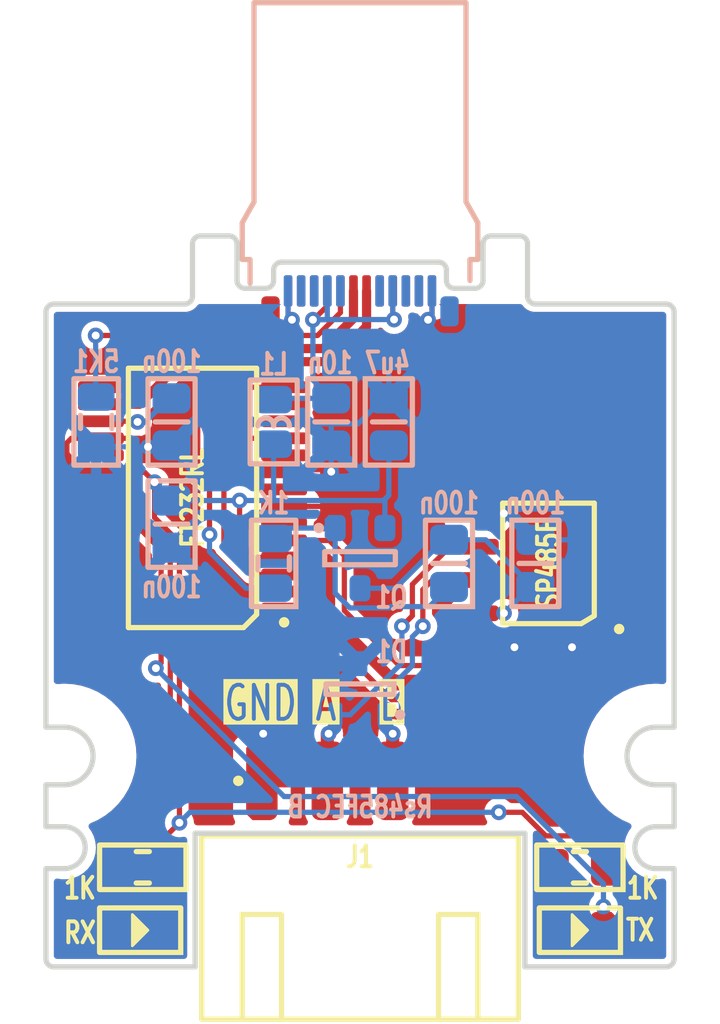
<source format=kicad_pcb>
(kicad_pcb (version 20221018) (generator pcbnew)
  (layers (0 "F.Cu" signal) (31 "B.Cu" jumper) (34 "B.Paste" user) (35 "F.Paste" user) (36 "B.SilkS" user "B.Silkscreen") (37 "F.SilkS" user "F.Silkscreen") (38 "B.Mask" user) (39 "F.Mask" user) (44 "Edge.Cuts" user))
  (net 0 "")
  (net 1 "A_CC")
  (net 2 "TXD")
  (net 3 "5V")
  (net 4 "RXD")
  (net 5 "USB_DP")
  (net 6 "USB_DM")
  (net 7 "GND")
  (net 8 "USB_Vin")
  (net 9 "3V3")
  (net 10 "LED_TXD")
  (net 11 "LED_TXD'")
  (net 12 "LED_RXD'")
  (net 13 "LED_RXD")
  (net 14 "5V_SW")
  (net 15 "PWREN#'")
  (net 16 "PWREN#")
  (net 17 "A")
  (net 18 "B")
  (net 19 "TXDEN")
  (net 20 "RTS_CTS")
  (footprint "Medo64:R (0805)" (layer "F.Cu") (at 40.4 44.1 180)
    (fp_text reference "R2" hide)
    (fp_text value "1K" (at -2.4 -0.8) (layer "F.SilkS") (effects (font (size 0.8 0.6))))
    (fp_line (start -0.25 -0.6) (end 0.25 -0.6) (stroke (width 0.2)) (layer "F.SilkS"))
    (fp_line (start -0.25 0.6) (end 0.25 0.6) (stroke (width 0.2)) (layer "F.SilkS"))
    (fp_rect (start -1.65 -0.85) (end 1.65 0.85) (stroke (width 0.2)) (fill none) (layer "F.SilkS"))
    (pad "1" smd roundrect (at -0.95 0 180) (size 1.05 1.4) (layers "F.Cu" "F.Paste" "F.Mask") (net 3 "5V"))
    (pad "2" smd roundrect (at 0.95 0 180) (size 1.05 1.4) (layers "F.Cu" "F.Paste" "F.Mask") (net 11 "LED_TXD'"))
  )
  (footprint "Medo64:P USB C 3.2 Edge (24w)" (layer "F.Cu") (at 32 22)
    (fp_text reference "P1" hide)
    (fp_text value "105444-0001" hide)
    (fp_line (start -4.5 -2.5) (end -4.5 -1.1) (stroke (width 0.2)) (layer "B.SilkS"))
    (fp_line (start -4.5 -2.5) (end -4.05 -3.3) (stroke (width 0.2)) (layer "B.SilkS"))
    (fp_line (start -4.5 -1.1) (end -4.2 -1.1) (stroke (width 0.2)) (layer "B.SilkS"))
    (fp_line (start -4.2 -1) (end -4.2 -0.2) (stroke (width 0.2)) (layer "B.SilkS"))
    (fp_line (start -4.05 -10.9) (end -4.05 -3.3) (stroke (width 0.2)) (layer "B.SilkS"))
    (fp_line (start -4.05 -10.9) (end 4.05 -10.9) (stroke (width 0.2)) (layer "B.SilkS"))
    (fp_line (start 4.05 -10.9) (end 4.05 -3.3) (stroke (width 0.2)) (layer "B.SilkS"))
    (fp_line (start 4.2 -1.1) (end 4.2 -0.3) (stroke (width 0.2)) (layer "B.SilkS"))
    (fp_line (start 4.5 -2.5) (end 4.05 -3.3) (stroke (width 0.2)) (layer "B.SilkS"))
    (fp_line (start 4.5 -2.5) (end 4.5 -1.1) (stroke (width 0.2)) (layer "B.SilkS"))
    (fp_line (start 4.5 -1.1) (end 4.2 -1.1) (stroke (width 0.2)) (layer "B.SilkS"))
    (fp_line (start -4.5 -2.5) (end -4.5 -1.1) (stroke (width 0.2)) (layer "F.SilkS"))
    (fp_line (start -4.5 -2.5) (end -4.05 -3.3) (stroke (width 0.2)) (layer "F.SilkS"))
    (fp_line (start -4.5 -1.1) (end -4.2 -1.1) (stroke (width 0.2)) (layer "F.SilkS"))
    (fp_line (start -4.2 -1.1) (end -4.2 -0.3) (stroke (width 0.2)) (layer "F.SilkS"))
    (fp_line (start -4.05 -10.9) (end -4.05 -3.3) (stroke (width 0.2)) (layer "F.SilkS"))
    (fp_line (start -4.05 -10.9) (end 4.05 -10.9) (stroke (width 0.2)) (layer "F.SilkS"))
    (fp_line (start 4.05 -10.9) (end 4.05 -3.3) (stroke (width 0.2)) (layer "F.SilkS"))
    (fp_line (start 4.2 -1.1) (end 4.2 -0.3) (stroke (width 0.2)) (layer "F.SilkS"))
    (fp_line (start 4.5 -2.5) (end 4.05 -3.3) (stroke (width 0.2)) (layer "F.SilkS"))
    (fp_line (start 4.5 -2.5) (end 4.5 -1.1) (stroke (width 0.2)) (layer "F.SilkS"))
    (fp_line (start 4.5 -1.1) (end 4.2 -1.1) (stroke (width 0.2)) (layer "F.SilkS"))
    (pad "A1" smd roundrect locked (at -2.75 0.1) (size 0.33 1.2) (layers "F.Cu" "F.Paste" "F.Mask") (chamfer_ratio 0.2) (chamfer top_left bottom_left) (net 7 "GND"))
    (pad "A2" smd roundrect locked (at -2.25 0.1) (size 0.33 1.2) (layers "F.Cu" "F.Paste" "F.Mask"))
    (pad "A3" smd roundrect locked (at -1.75 0.1) (size 0.33 1.2) (layers "F.Cu" "F.Paste" "F.Mask"))
    (pad "A4" smd roundrect locked (at -1.25 0.1) (size 0.33 1.2) (layers "F.Cu" "F.Paste" "F.Mask") (net 8 "USB_Vin"))
    (pad "A5" smd roundrect locked (at -0.75 0.1) (size 0.33 1.2) (layers "F.Cu" "F.Paste" "F.Mask") (net 1 "A_CC"))
    (pad "A6" smd roundrect locked (at -0.25 0.1) (size 0.33 1.2) (layers "F.Cu" "F.Paste" "F.Mask") (net 5 "USB_DP"))
    (pad "A7" smd roundrect locked (at 0.25 0.1) (size 0.33 1.2) (layers "F.Cu" "F.Paste" "F.Mask") (net 6 "USB_DM"))
    (pad "A8" smd roundrect locked (at 0.75 0.1) (size 0.33 1.2) (layers "F.Cu" "F.Paste" "F.Mask"))
    (pad "A9" smd roundrect locked (at 1.25 0.1) (size 0.33 1.2) (layers "F.Cu" "F.Paste" "F.Mask") (net 8 "USB_Vin"))
    (pad "A10" smd roundrect locked (at 1.75 0.1) (size 0.33 1.2) (layers "F.Cu" "F.Paste" "F.Mask"))
    (pad "A11" smd roundrect locked (at 2.25 0.1) (size 0.33 1.2) (layers "F.Cu" "F.Paste" "F.Mask"))
    (pad "A12" smd roundrect locked (at 2.75 0.1) (size 0.33 1.2) (layers "F.Cu" "F.Paste" "F.Mask") (net 7 "GND"))
    (pad "B01" smd roundrect locked (at 2.75 0.1) (size 0.33 1.2) (layers "B.Cu" "B.Paste" "B.Mask") (chamfer_ratio 0.2) (chamfer top_right bottom_right) (net 7 "GND"))
    (pad "B02" smd roundrect locked (at 2.25 0.1) (size 0.33 1.2) (layers "B.Cu" "B.Paste" "B.Mask"))
    (pad "B03" smd roundrect locked (at 1.75 0.1) (size 0.33 1.2) (layers "B.Cu" "B.Paste" "B.Mask"))
    (pad "B04" smd roundrect locked (at 1.25 0.1) (size 0.33 1.2) (layers "B.Cu" "B.Paste" "B.Mask") (net 8 "USB_Vin"))
    (pad "B05" smd roundrect locked (at 0.75 0.1) (size 0.33 1.2) (layers "B.Cu" "B.Paste" "B.Mask"))
    (pad "B08" smd roundrect locked (at -0.75 0.1) (size 0.33 1.2) (layers "B.Cu" "B.Paste" "B.Mask"))
    (pad "B09" smd roundrect locked (at -1.25 0.1) (size 0.33 1.2) (layers "B.Cu" "B.Paste" "B.Mask") (net 8 "USB_Vin"))
    (pad "B10" smd roundrect locked (at -1.75 0.1) (size 0.33 1.2) (layers "B.Cu" "B.Paste" "B.Mask"))
    (pad "B11" smd roundrect locked (at -2.25 0.1) (size 0.33 1.2) (layers "B.Cu" "B.Paste" "B.Mask"))
    (pad "B12" smd roundrect locked (at -2.75 0.1) (size 0.33 1.2) (layers "B.Cu" "B.Paste" "B.Mask") (net 7 "GND"))
    (pad "S" smd roundrect locked (at -3.42 0.88) (size 0.7 1.15) (layers "F.Cu" "F.Paste" "F.Mask"))
    (pad "S" smd roundrect locked (at 3.42 0.88) (size 0.7 1.15) (layers "B.Cu" "B.Paste" "B.Mask"))
  )
  (footprint "Medo64:DS (0805)" (layer "F.Cu") (at 40.4 46.5 180)
    (fp_text reference "DS2" hide)
    (fp_text value "TX" (at -2.3 0) (layer "F.SilkS") (effects (font (size 0.8 0.6) (thickness 0.15) bold)))
    (fp_rect (start -1.55 -0.85) (end 1.55 0.85) (stroke (width 0.2)) (fill none) (layer "F.SilkS"))
    (fp_poly (pts (xy -0.3 0) (xy 0.3 -0.6) (xy 0.3 0.6)) (stroke (width 0.1)) (fill solid) (layer "F.SilkS"))
    (pad "1" smd roundrect (at -0.9 0 180) (size 1 1.4) (layers "F.Cu" "F.Paste" "F.Mask") (chamfer_ratio 0.2) (chamfer top_left bottom_left) (net 10 "LED_TXD"))
    (pad "2" smd roundrect (at 0.9 0 180) (size 1 1.4) (layers "F.Cu" "F.Paste" "F.Mask") (net 11 "LED_TXD'"))
  )
  (footprint "Medo64:J JST XH Edge [RS485] (4w)" (layer "F.Cu") (at 32 40.8)
    (fp_text reference "J1" (at 0 2.9) (layer "F.SilkS") (effects (font (size 0.8 0.6) (thickness 0.15) bold)))
    (fp_text value "B3B-XH-A")
    (fp_rect (start -6.05 2.1) (end 6.05 9.1) (stroke (width 0.2)) (fill none) (layer "F.SilkS"))
    (fp_rect (start -4.5 5.1) (end -3 9.1) (stroke (width 0.2)) (fill none) (layer "F.SilkS"))
    (fp_rect (start 4.5 5.1) (end 3 9.1) (stroke (width 0.2)) (fill none) (layer "F.SilkS"))
    (fp_circle (center -4.65 0) (end -4.5 0) (stroke (width 0.1)) (fill solid) (layer "F.SilkS"))
    (pad "1" smd roundrect (at -3.75 0) (size 1.2 3) (layers "F.Cu" "F.Paste" "F.Mask") (chamfer_ratio 0.2) (chamfer top_left bottom_left) (net 7 "GND"))
    (pad "2" smd roundrect (at -1.25 0) (size 1.2 3) (layers "F.Cu" "F.Paste" "F.Mask") (net 17 "A"))
    (pad "3" smd roundrect (at 1.25 0) (size 1.2 3) (layers "F.Cu" "F.Paste" "F.Mask") (net 18 "B"))
  )
  (footprint "Medo64:U Transciever UART FT232RL (SSOP-28)" (layer "F.Cu") (at 25.6 30 180)
    (fp_text reference "U1" hide)
    (fp_text value "FT232RL" (at 0 0 90) (layer "F.SilkS") (effects (font (size 0.8 0.6))))
    (fp_line (start -2.45 -4.45) (end -1.95 -4.95) (stroke (width 0.2)) (layer "F.SilkS"))
    (fp_line (start -2.45 4.95) (end -2.45 -4.45) (stroke (width 0.2)) (layer "F.SilkS"))
    (fp_line (start -1.95 -4.95) (end 2.45 -4.95) (stroke (width 0.2)) (layer "F.SilkS"))
    (fp_line (start 2.45 -4.95) (end 2.45 4.95) (stroke (width 0.2)) (layer "F.SilkS"))
    (fp_line (start 2.45 4.95) (end -2.45 4.95) (stroke (width 0.2)) (layer "F.SilkS"))
    (fp_circle (center -3.5 -4.75) (end -3.35 -4.75) (stroke (width 0.1)) (fill solid) (layer "F.SilkS"))
    (pad "1" smd roundrect (at -3.5 -4.225 180) (size 1.75 0.45) (layers "F.Cu" "F.Paste" "F.Mask") (chamfer_ratio 0.2) (chamfer top_left top_right) (net 2 "TXD"))
    (pad "2" smd roundrect (at -3.5 -3.575 180) (size 1.75 0.45) (layers "F.Cu" "F.Paste" "F.Mask"))
    (pad "3" smd roundrect (at -3.5 -2.925 180) (size 1.75 0.45) (layers "F.Cu" "F.Paste" "F.Mask") (net 20 "RTS_CTS"))
    (pad "4" smd roundrect (at -3.5 -2.275 180) (size 1.75 0.45) (layers "F.Cu" "F.Paste" "F.Mask") (net 3 "5V"))
    (pad "5" smd roundrect (at -3.5 -1.625 180) (size 1.75 0.45) (layers "F.Cu" "F.Paste" "F.Mask") (net 4 "RXD"))
    (pad "6" smd roundrect (at -3.5 -0.975 180) (size 1.75 0.45) (layers "F.Cu" "F.Paste" "F.Mask"))
    (pad "7" smd roundrect (at -3.5 -0.325 180) (size 1.75 0.45) (layers "F.Cu" "F.Paste" "F.Mask") (net 7 "GND"))
    (pad "8" smd roundrect (at -3.5 0.325 180) (size 1.75 0.45) (layers "F.Cu" "F.Paste" "F.Mask"))
    (pad "9" smd roundrect (at -3.5 0.975 180) (size 1.75 0.45) (layers "F.Cu" "F.Paste" "F.Mask") (net 7 "GND"))
    (pad "10" smd roundrect (at -3.5 1.625 180) (size 1.75 0.45) (layers "F.Cu" "F.Paste" "F.Mask"))
    (pad "11" smd roundrect (at -3.5 2.275 180) (size 1.75 0.45) (layers "F.Cu" "F.Paste" "F.Mask") (net 20 "RTS_CTS"))
    (pad "12" smd roundrect (at -3.5 2.925 180) (size 1.75 0.45) (layers "F.Cu" "F.Paste" "F.Mask"))
    (pad "13" smd roundrect (at -3.5 3.575 180) (size 1.75 0.45) (layers "F.Cu" "F.Paste" "F.Mask") (net 19 "TXDEN"))
    (pad "14" smd roundrect (at -3.5 4.225 180) (size 1.75 0.45) (layers "F.Cu" "F.Paste" "F.Mask") (net 16 "PWREN#"))
    (pad "15" smd roundrect (at 3.5 4.225 180) (size 1.75 0.45) (layers "F.Cu" "F.Paste" "F.Mask") (net 5 "USB_DP"))
    (pad "16" smd roundrect (at 3.5 3.575 180) (size 1.75 0.45) (layers "F.Cu" "F.Paste" "F.Mask") (net 6 "USB_DM"))
    (pad "17" smd roundrect (at 3.5 2.925 180) (size 1.75 0.45) (layers "F.Cu" "F.Paste" "F.Mask") (net 9 "3V3"))
    (pad "18" smd roundrect (at 3.5 2.275 180) (size 1.75 0.45) (layers "F.Cu" "F.Paste" "F.Mask") (net 7 "GND"))
    (pad "19" smd roundrect (at 3.5 1.625 180) (size 1.75 0.45) (layers "F.Cu" "F.Paste" "F.Mask"))
    (pad "20" smd roundrect (at 3.5 0.975 180) (size 1.75 0.45) (layers "F.Cu" "F.Paste" "F.Mask") (net 3 "5V"))
    (pad "21" smd roundrect (at 3.5 0.325 180) (size 1.75 0.45) (layers "F.Cu" "F.Paste" "F.Mask") (net 7 "GND"))
    (pad "22" smd roundrect (at 3.5 -0.325 180) (size 1.75 0.45) (layers "F.Cu" "F.Paste" "F.Mask") (net 13 "LED_RXD"))
    (pad "23" smd roundrect (at 3.5 -0.975 180) (size 1.75 0.45) (layers "F.Cu" "F.Paste" "F.Mask") (net 10 "LED_TXD"))
    (pad "24" smd roundrect (at 3.5 -1.625 180) (size 1.75 0.45) (layers "F.Cu" "F.Paste" "F.Mask"))
    (pad "25" smd roundrect (at 3.5 -2.275 180) (size 1.75 0.45) (layers "F.Cu" "F.Paste" "F.Mask") (net 7 "GND"))
    (pad "26" smd roundrect (at 3.5 -2.925 180) (size 1.75 0.45) (layers "F.Cu" "F.Paste" "F.Mask") (net 7 "GND"))
    (pad "27" smd roundrect (at 3.5 -3.575 180) (size 1.75 0.45) (layers "F.Cu" "F.Paste" "F.Mask"))
    (pad "28" smd roundrect (at 3.5 -4.225 180) (size 1.75 0.45) (layers "F.Cu" "F.Paste" "F.Mask"))
  )
  (footprint "Medo64:U Transciever RS485 SP485E (SOIC-8)" (layer "F.Cu") (at 39.2 32.5 180)
    (fp_text reference "U2" hide)
    (fp_text value "SP485E" (at 0 0 90) (layer "F.SilkS") (effects (font (size 0.8 0.6))))
    (fp_line (start -1.75 -2) (end -1.25 -2.3) (stroke (width 0.2)) (layer "F.SilkS"))
    (fp_line (start -1.75 2.3) (end -1.75 -2) (stroke (width 0.2)) (layer "F.SilkS"))
    (fp_line (start -1.25 -2.3) (end 1.75 -2.3) (stroke (width 0.2)) (layer "F.SilkS"))
    (fp_line (start 1.75 -2.3) (end 1.75 2.3) (stroke (width 0.2)) (layer "F.SilkS"))
    (fp_line (start 1.75 2.3) (end -1.75 2.3) (stroke (width 0.2)) (layer "F.SilkS"))
    (fp_circle (center -2.7 -2.505) (end -2.55 -2.505) (stroke (width 0.1)) (fill solid) (layer "F.SilkS"))
    (pad "1" smd roundrect (at -2.7 -1.905 180) (size 1.6 0.6) (layers "F.Cu" "F.Paste" "F.Mask") (chamfer_ratio 0.2) (chamfer top_left top_right) (net 4 "RXD"))
    (pad "2" smd roundrect (at -2.7 -0.635 180) (size 1.6 0.6) (layers "F.Cu" "F.Paste" "F.Mask") (net 7 "GND"))
    (pad "3" smd roundrect (at -2.7 0.635 180) (size 1.6 0.6) (layers "F.Cu" "F.Paste" "F.Mask") (net 7 "GND"))
    (pad "4" smd roundrect (at -2.7 1.905 180) (size 1.6 0.6) (layers "F.Cu" "F.Paste" "F.Mask") (net 2 "TXD"))
    (pad "5" smd roundrect (at 2.7 1.905 180) (size 1.6 0.6) (layers "F.Cu" "F.Paste" "F.Mask") (net 7 "GND"))
    (pad "6" smd roundrect (at 2.7 0.635 180) (size 1.6 0.6) (layers "F.Cu" "F.Paste" "F.Mask") (net 17 "A"))
    (pad "7" smd roundrect (at 2.7 -0.635 180) (size 1.6 0.6) (layers "F.Cu" "F.Paste" "F.Mask") (net 18 "B"))
    (pad "8" smd roundrect (at 2.7 -1.905 180) (size 1.6 0.6) (layers "F.Cu" "F.Paste" "F.Mask") (net 14 "5V_SW"))
  )
  (footprint "Medo64:DS (0805)" (layer "F.Cu") (at 23.6 46.5 180)
    (fp_text reference "DS1" hide)
    (fp_text value "RX" (at 2.3 -0.1) (layer "F.SilkS") (effects (font (size 0.8 0.6) (thickness 0.15) bold)))
    (fp_rect (start -1.55 -0.85) (end 1.55 0.85) (stroke (width 0.2)) (fill none) (layer "F.SilkS"))
    (fp_poly (pts (xy -0.3 0) (xy 0.3 -0.6) (xy 0.3 0.6)) (stroke (width 0.1)) (fill solid) (layer "F.SilkS"))
    (pad "1" smd roundrect (at -0.9 0 180) (size 1 1.4) (layers "F.Cu" "F.Paste" "F.Mask") (chamfer_ratio 0.2) (chamfer top_left bottom_left) (net 13 "LED_RXD"))
    (pad "2" smd roundrect (at 0.9 0 180) (size 1 1.4) (layers "F.Cu" "F.Paste" "F.Mask") (net 12 "LED_RXD'"))
  )
  (footprint "Medo64:R (0805)" (layer "F.Cu") (at 23.7 44.1 180)
    (fp_text reference "R1" hide)
    (fp_text value "1K" (at 2.4 -0.8) (layer "F.SilkS") (effects (font (size 0.8 0.6))))
    (fp_line (start -0.25 -0.6) (end 0.25 -0.6) (stroke (width 0.2)) (layer "F.SilkS"))
    (fp_line (start -0.25 0.6) (end 0.25 0.6) (stroke (width 0.2)) (layer "F.SilkS"))
    (fp_rect (start -1.65 -0.85) (end 1.65 0.85) (stroke (width 0.2)) (fill none) (layer "F.SilkS"))
    (pad "1" smd roundrect (at -0.95 0 180) (size 1.05 1.4) (layers "F.Cu" "F.Paste" "F.Mask") (net 3 "5V"))
    (pad "2" smd roundrect (at 0.95 0 180) (size 1.05 1.4) (layers "F.Cu" "F.Paste" "F.Mask") (net 12 "LED_RXD'"))
  )
  (footprint "Medo64:L (0805)" (layer "B.Cu") (at 28.7 27.1 90)
    (fp_text reference "L1" (at 2.2 0) (layer "B.SilkS") (effects (font (size 0.8 0.6)) (justify mirror)))
    (fp_text value "600R" hide)
    (fp_rect (start -1.6 0.9) (end 1.6 -0.9) (stroke (width 0.2)) (fill none) (layer "B.SilkS"))
    (fp_arc (start -0.15 -0.6) (mid 0.15 -0.3) (end -0.15 0) (stroke (width 0.2)) (layer "B.SilkS"))
    (fp_arc (start -0.15 0) (mid 0.15 0.3) (end -0.15 0.6) (stroke (width 0.2)) (layer "B.SilkS"))
    (pad "1" smd roundrect (at -0.85 0 90) (size 1.05 1.4) (layers "B.Cu" "B.Paste" "B.Mask") (net 3 "5V"))
    (pad "2" smd roundrect (at 0.85 0 90) (size 1.05 1.4) (layers "B.Cu" "B.Paste" "B.Mask") (net 8 "USB_Vin"))
  )
  (footprint "Medo64:D TVS SM05T1G (SOT23-3)" (layer "B.Cu") (at 32 37.3 180)
    (fp_text reference "D1" (at -1.2 1.425) (layer "B.SilkS") (effects (font (size 0.8 0.6)) (justify mirror)))
    (fp_text value "SM12T1G" hide)
    (fp_rect (start -1.3 0.2) (end 1.3 -0.2) (stroke (width 0.2)) (fill none) (layer "B.SilkS"))
    (fp_circle (center -1.53 -0.975) (end -1.38 -0.975) (stroke (width 0.1)) (fill solid) (layer "B.SilkS"))
    (pad "1" smd roundrect (at -0.95 -0.975 180) (size 0.56 0.95) (layers "B.Cu" "B.Paste" "B.Mask") (chamfer_ratio 0.2) (chamfer top_left bottom_left) (net 18 "B"))
    (pad "2" smd roundrect (at 0.95 -0.975 180) (size 0.56 0.95) (layers "B.Cu" "B.Paste" "B.Mask") (net 17 "A"))
    (pad "3" smd roundrect (at 0 0.975 180) (size 0.56 0.95) (layers "B.Cu" "B.Paste" "B.Mask") (net 7 "GND"))
  )
  (footprint "Medo64:C (0805)" (layer "B.Cu") (at 30.9 27.1 90)
    (fp_text reference "C1" hide)
    (fp_text value "10n" (at 2.25 -0.05) (layer "B.SilkS") (effects (font (size 0.8 0.6) (thickness 0.15) bold) (justify mirror)))
    (fp_line (start 0 0.625) (end 0 -0.625) (stroke (width 0.2)) (layer "B.SilkS"))
    (fp_rect (start -1.65 0.9) (end 1.65 -0.9) (stroke (width 0.2)) (fill none) (layer "B.SilkS"))
    (pad "1" smd roundrect (at -0.9 0 90) (size 1.15 1.45) (layers "B.Cu" "B.Paste" "B.Mask") (net 7 "GND"))
    (pad "2" smd roundrect (at 0.9 0 90) (size 1.15 1.45) (layers "B.Cu" "B.Paste" "B.Mask") (net 8 "USB_Vin"))
  )
  (footprint "Medo64:R (0805)" (layer "B.Cu") (at 28.7 32.5 90)
    (fp_text reference "R3" hide)
    (fp_text value "1K" (at 2.3 0) (layer "B.SilkS") (effects (font (size 0.8 0.6)) (justify mirror)))
    (fp_line (start -0.25 -0.6) (end 0.25 -0.6) (stroke (width 0.2)) (layer "B.SilkS"))
    (fp_line (start -0.25 0.6) (end 0.25 0.6) (stroke (width 0.2)) (layer "B.SilkS"))
    (fp_rect (start -1.65 0.85) (end 1.65 -0.85) (stroke (width 0.2)) (fill none) (layer "B.SilkS"))
    (pad "1" smd roundrect (at -0.95 0 90) (size 1.05 1.4) (layers "B.Cu" "B.Paste" "B.Mask") (net 16 "PWREN#"))
    (pad "2" smd roundrect (at 0.95 0 90) (size 1.05 1.4) (layers "B.Cu" "B.Paste" "B.Mask") (net 15 "PWREN#'"))
  )
  (footprint "Medo64:C (0805)" (layer "B.Cu") (at 24.8 27.1 90)
    (fp_text reference "C3" hide)
    (fp_text value "100n" (at 2.3 0) (layer "B.SilkS") (effects (font (size 0.8 0.6) (thickness 0.15) bold) (justify mirror)))
    (fp_line (start 0 0.625) (end 0 -0.625) (stroke (width 0.2)) (layer "B.SilkS"))
    (fp_rect (start -1.65 0.9) (end 1.65 -0.9) (stroke (width 0.2)) (fill none) (layer "B.SilkS"))
    (pad "1" smd roundrect (at -0.9 0 90) (size 1.15 1.45) (layers "B.Cu" "B.Paste" "B.Mask") (net 7 "GND"))
    (pad "2" smd roundrect (at 0.9 0 90) (size 1.15 1.45) (layers "B.Cu" "B.Paste" "B.Mask") (net 9 "3V3"))
  )
  (footprint "Medo64:C (0805)" (layer "B.Cu") (at 38.7 32.5 -90)
    (fp_text reference "C4" hide)
    (fp_text value "100n" (at -2.3 0 -180) (layer "B.SilkS") (effects (font (size 0.8 0.6) (thickness 0.15) bold) (justify mirror)))
    (fp_line (start 0 0.625) (end 0 -0.625) (stroke (width 0.2)) (layer "B.SilkS"))
    (fp_rect (start -1.65 0.9) (end 1.65 -0.9) (stroke (width 0.2)) (fill none) (layer "B.SilkS"))
    (pad "1" smd roundrect (at -0.9 0 270) (size 1.15 1.45) (layers "B.Cu" "B.Paste" "B.Mask") (net 7 "GND"))
    (pad "2" smd roundrect (at 0.9 0 270) (size 1.15 1.45) (layers "B.Cu" "B.Paste" "B.Mask") (net 14 "5V_SW"))
  )
  (footprint "Medo64:C (0805)" (layer "B.Cu") (at 24.8 31 90)
    (fp_text reference "C2" hide)
    (fp_text value "100n" (at -2.4 0 180) (layer "B.SilkS") (effects (font (size 0.8 0.6) (thickness 0.15) bold) (justify mirror)))
    (fp_line (start 0 0.625) (end 0 -0.625) (stroke (width 0.2)) (layer "B.SilkS"))
    (fp_rect (start -1.65 0.9) (end 1.65 -0.9) (stroke (width 0.2)) (fill none) (layer "B.SilkS"))
    (pad "1" smd roundrect (at -0.9 0 90) (size 1.15 1.45) (layers "B.Cu" "B.Paste" "B.Mask") (net 7 "GND"))
    (pad "2" smd roundrect (at 0.9 0 90) (size 1.15 1.45) (layers "B.Cu" "B.Paste" "B.Mask") (net 3 "5V"))
  )
  (footprint "Medo64:R (0805)" (layer "B.Cu") (at 21.92 27.1 90)
    (fp_text reference "R4" hide)
    (fp_text value "5K1" (at 2.3 0) (layer "B.SilkS") (effects (font (size 0.8 0.6)) (justify mirror)))
    (fp_line (start -0.25 -0.6) (end 0.25 -0.6) (stroke (width 0.2)) (layer "B.SilkS"))
    (fp_line (start -0.25 0.6) (end 0.25 0.6) (stroke (width 0.2)) (layer "B.SilkS"))
    (fp_rect (start -1.65 0.85) (end 1.65 -0.85) (stroke (width 0.2)) (fill none) (layer "B.SilkS"))
    (pad "1" smd roundrect (at -0.95 0 90) (size 1.05 1.4) (layers "B.Cu" "B.Paste" "B.Mask") (net 7 "GND"))
    (pad "2" smd roundrect (at 0.95 0 90) (size 1.05 1.4) (layers "B.Cu" "B.Paste" "B.Mask") (net 1 "A_CC"))
  )
  (footprint "Medo64:Q MOSFET-P (SOT23-3)" (layer "B.Cu") (at 32 32.3)
    (fp_text reference "Q1" (at 1.2 1.5) (layer "B.SilkS") (effects (font (size 0.8 0.6)) (justify mirror)))
    (fp_text value "DMP3099L-13" hide)
    (fp_rect (start -1.35 0.25) (end 1.35 -0.25) (stroke (width 0.2)) (fill none) (layer "B.SilkS"))
    (fp_circle (center -1.575 -1.15) (end -1.425 -1.15) (stroke (width 0.1)) (fill solid) (layer "B.SilkS"))
    (pad "1" smd roundrect (at -0.95 -1.15) (size 0.8 1) (layers "B.Cu" "B.Paste" "B.Mask") (chamfer_ratio 0.2) (chamfer top_left bottom_left) (net 15 "PWREN#'"))
    (pad "2" smd roundrect (at 0.95 -1.15) (size 0.8 1) (layers "B.Cu" "B.Paste" "B.Mask") (net 3 "5V"))
    (pad "3" smd roundrect (at 0 1.15) (size 0.8 1) (layers "B.Cu" "B.Paste" "B.Mask") (net 14 "5V_SW"))
  )
  (footprint "Medo64:C (0805)" (layer "B.Cu") (at 33.1 27.1 -90)
    (fp_text reference "C11" hide)
    (fp_text value "4u7" (at -2.25 0.05) (layer "B.SilkS") (effects (font (size 0.8 0.6) (thickness 0.15) bold) (justify mirror)))
    (fp_line (start 0 0.625) (end 0 -0.625) (stroke (width 0.2)) (layer "B.SilkS"))
    (fp_rect (start -1.65 0.9) (end 1.65 -0.9) (stroke (width 0.2)) (fill none) (layer "B.SilkS"))
    (pad "1" smd roundrect (at -0.9 0 270) (size 1.15 1.45) (layers "B.Cu" "B.Paste" "B.Mask") (net 7 "GND"))
    (pad "2" smd roundrect (at 0.9 0 270) (size 1.15 1.45) (layers "B.Cu" "B.Paste" "B.Mask") (net 3 "5V"))
  )
  (footprint "Medo64:C (0805)" (layer "B.Cu") (at 35.4 32.5 90)
    (fp_text reference "C5" hide)
    (fp_text value "100n" (at 2.3 0) (layer "B.SilkS") (effects (font (size 0.8 0.6) (thickness 0.15) bold) (justify mirror)))
    (fp_line (start 0 0.625) (end 0 -0.625) (stroke (width 0.2)) (layer "B.SilkS"))
    (fp_rect (start -1.65 0.9) (end 1.65 -0.9) (stroke (width 0.2)) (fill none) (layer "B.SilkS"))
    (pad "1" smd roundrect (at -0.9 0 90) (size 1.15 1.45) (layers "B.Cu" "B.Paste" "B.Mask") (net 15 "PWREN#'"))
    (pad "2" smd roundrect (at 0.9 0 90) (size 1.15 1.45) (layers "B.Cu" "B.Paste" "B.Mask") (net 14 "5V_SW"))
  )
  (gr_line locked (start 38.4 20.3) (end 38.4 22.3) (stroke (width 0.2)) (layer "Edge.Cuts"))
  (gr_arc locked (start 25.6 22.3) (mid 25.512132 22.512132) (end 25.3 22.6) (stroke (width 0.2)) (layer "Edge.Cuts"))
  (gr_arc locked (start 43.3 40.95) (mid 42.2 39.85) (end 43.3 38.75) (stroke (width 0.2)) (layer "Edge.Cuts"))
  (gr_line locked (start 38.3 47.9) (end 43.7 47.9) (stroke (width 0.2)) (layer "Edge.Cuts"))
  (gr_line locked (start 20.7 40.95) (end 20 40.95) (stroke (width 0.2)) (layer "Edge.Cuts"))
  (gr_line locked (start 43.3 40.95) (end 44 40.95) (stroke (width 0.2)) (layer "Edge.Cuts"))
  (gr_line locked (start 44 44.15) (end 43.3 44.15) (stroke (width 0.2)) (layer "Edge.Cuts"))
  (gr_arc locked (start 35 21) (mid 35.212132 21.087868) (end 35.3 21.3) (stroke (width 0.2)) (layer "Edge.Cuts"))
  (gr_arc locked (start 28.7 21.3) (mid 28.787868 21.087868) (end 29 21) (stroke (width 0.2)) (layer "Edge.Cuts"))
  (gr_line locked (start 38.1 20) (end 37 20) (stroke (width 0.2)) (layer "Edge.Cuts"))
  (gr_arc locked (start 28.7 21.7) (mid 28.612132 21.912132) (end 28.4 22) (stroke (width 0.2)) (layer "Edge.Cuts"))
  (gr_arc locked (start 27 20) (mid 27.212132 20.087868) (end 27.3 20.3) (stroke (width 0.2)) (layer "Edge.Cuts"))
  (gr_arc locked (start 43.7 22.6) (mid 43.912132 22.687868) (end 44 22.9) (stroke (width 0.2)) (layer "Edge.Cuts"))
  (gr_line locked (start 20 44.15) (end 20 47.6) (stroke (width 0.2)) (layer "Edge.Cuts"))
  (gr_line locked (start 20 38.75) (end 20.7 38.75) (stroke (width 0.2)) (layer "Edge.Cuts"))
  (gr_line locked (start 44 42.55) (end 43.3 42.55) (stroke (width 0.2)) (layer "Edge.Cuts"))
  (gr_arc locked (start 38.7 22.6) (mid 38.487868 22.512132) (end 38.4 22.3) (stroke (width 0.2)) (layer "Edge.Cuts"))
  (gr_line locked (start 44 42.55) (end 44 40.95) (stroke (width 0.2)) (layer "Edge.Cuts"))
  (gr_line locked (start 28.4 22) (end 27.6 22) (stroke (width 0.2)) (layer "Edge.Cuts"))
  (gr_line locked (start 43.7 22.6) (end 38.7 22.6) (stroke (width 0.2)) (layer "Edge.Cuts"))
  (gr_line locked (start 20.3 22.6) (end 25.3 22.6) (stroke (width 0.2)) (layer "Edge.Cuts"))
  (gr_arc locked (start 38.1 20) (mid 38.312132 20.087868) (end 38.4 20.3) (stroke (width 0.2)) (layer "Edge.Cuts"))
  (gr_arc locked (start 35.6 22) (mid 35.387868 21.912132) (end 35.3 21.7) (stroke (width 0.2)) (layer "Edge.Cuts"))
  (gr_line locked (start 35.3 21.7) (end 35.3 21.3) (stroke (width 0.2)) (layer "Edge.Cuts"))
  (gr_line locked (start 27.3 20.3) (end 27.3 21.7) (stroke (width 0.2)) (layer "Edge.Cuts"))
  (gr_arc locked (start 20 22.9) (mid 20.087868 22.687868) (end 20.3 22.6) (stroke (width 0.2)) (layer "Edge.Cuts"))
  (gr_arc locked (start 36.7 20.3) (mid 36.787868 20.087868) (end 37 20) (stroke (width 0.2)) (layer "Edge.Cuts"))
  (gr_arc locked (start 20.7 42.55) (mid 21.5 43.35) (end 20.7 44.15) (stroke (width 0.2)) (layer "Edge.Cuts"))
  (gr_arc locked (start 27.6 22) (mid 27.387868 21.912132) (end 27.3 21.7) (stroke (width 0.2)) (layer "Edge.Cuts"))
  (gr_line locked (start 36.7 20.3) (end 36.7 21.7) (stroke (width 0.2)) (layer "Edge.Cuts"))
  (gr_arc locked (start 44 47.6) (mid 43.912132 47.812132) (end 43.7 47.9) (stroke (width 0.2)) (layer "Edge.Cuts"))
  (gr_line locked (start 36.4 22) (end 35.6 22) (stroke (width 0.2)) (layer "Edge.Cuts"))
  (gr_line locked (start 44 22.9) (end 44 38.75) (stroke (width 0.2)) (layer "Edge.Cuts"))
  (gr_line locked (start 43.3 38.75) (end 44 38.75) (stroke (width 0.2)) (layer "Edge.Cuts"))
  (gr_line locked (start 28.7 21.7) (end 28.7 21.3) (stroke (width 0.2)) (layer "Edge.Cuts"))
  (gr_arc locked (start 20.7 38.75) (mid 21.8 39.85) (end 20.7 40.95) (stroke (width 0.2)) (layer "Edge.Cuts"))
  (gr_arc locked (start 43.3 44.15) (mid 42.5 43.35) (end 43.3 42.55) (stroke (width 0.2)) (layer "Edge.Cuts"))
  (gr_line locked (start 25.9 20) (end 27 20) (stroke (width 0.2)) (layer "Edge.Cuts"))
  (gr_line locked (start 25.6 20.3) (end 25.6 22.3) (stroke (width 0.2)) (layer "Edge.Cuts"))
  (gr_line locked (start 44 44.15) (end 44 47.6) (stroke (width 0.2)) (layer "Edge.Cuts"))
  (gr_line locked (start 20 22.9) (end 20 38.75) (stroke (width 0.2)) (layer "Edge.Cuts"))
  (gr_line locked (start 20.7 44.15) (end 20 44.15) (stroke (width 0.2)) (layer "Edge.Cuts"))
  (gr_line locked (start 38.3 42.8) (end 25.7 42.8) (stroke (width 0.2)) (layer "Edge.Cuts"))
  (gr_arc locked (start 25.6 20.3) (mid 25.687868 20.087868) (end 25.9 20) (stroke (width 0.2)) (layer "Edge.Cuts"))
  (gr_arc locked (start 36.7 21.7) (mid 36.612132 21.912132) (end 36.4 22) (stroke (width 0.2)) (layer "Edge.Cuts"))
  (gr_line locked (start 29 21) (end 35 21) (stroke (width 0.2)) (layer "Edge.Cuts"))
  (gr_line locked (start 25.7 47.9) (end 25.7 42.8) (stroke (width 0.2)) (layer "Edge.Cuts"))
  (gr_line locked (start 20.7 42.55) (end 20 42.55) (stroke (width 0.2)) (layer "Edge.Cuts"))
  (gr_line locked (start 20 42.55) (end 20 40.95) (stroke (width 0.2)) (layer "Edge.Cuts"))
  (gr_line locked (start 20.3 47.9) (end 25.7 47.9) (stroke (width 0.2)) (layer "Edge.Cuts"))
  (gr_line locked (start 38.3 47.9) (end 38.3 42.8) (stroke (width 0.2)) (layer "Edge.Cuts"))
  (gr_arc locked (start 20.3 47.9) (mid 20.087868 47.812132) (end 20 47.6) (stroke (width 0.2)) (layer "Edge.Cuts"))
  (gr_text "Rs485FEC B" (at 32 41.8) (layer "B.SilkS") (effects (font (size 0.8 0.6) (thickness 0.15) bold) (justify mirror)))
  (gr_text "GND" (at 28.2 38.6) (layer "F.SilkS" knockout) (effects (font (size 1.3 0.9) (thickness 0.15) bold) (justify bottom)))
  (gr_text "B" (at 33.2 38.6) (layer "F.SilkS" knockout) (effects (font (size 1.3 0.9) (thickness 0.15) bold) (justify bottom)))
  (gr_text "A" (at 30.7 38.6) (layer "F.SilkS" knockout) (effects (font (size 1.3 0.9) (thickness 0.15) bold) (justify bottom)))
  (segment (start 31.25 22.927808) (end 30.377808 23.8) (width 0.2) (layer "F.Cu") (net 1))
  (segment (start 31.25 22.1) (end 31.25 22.927808) (width 0.2) (layer "F.Cu") (net 1))
  (segment (start 30.377808 23.8) (end 21.9 23.8) (width 0.2) (layer "F.Cu") (net 1))
  (via (at 21.9 23.8) (size 0.6) (drill 0.3) (layers "F.Cu" "B.Cu") (net 1))
  (segment (start 21.9 23.8) (end 21.9 26.13) (width 0.2) (layer "B.Cu") (net 1))
  (segment (start 32.2 36.7) (end 29.725 34.225) (width 0.2) (layer "F.Cu") (net 2))
  (segment (start 40.7 37.7) (end 33.2 37.7) (width 0.2) (layer "F.Cu") (net 2))
  (segment (start 43.2 35.2) (end 40.7 37.7) (width 0.2) (layer "F.Cu") (net 2))
  (segment (start 43.2 31.399657) (end 43.2 35.2) (width 0.2) (layer "F.Cu") (net 2))
  (segment (start 42.395343 30.595) (end 43.2 31.399657) (width 0.2) (layer "F.Cu") (net 2))
  (segment (start 33.2 37.7) (end 32.2 36.7) (width 0.2) (layer "F.Cu") (net 2))
  (segment (start 27.875 32.275) (end 27.4 31.8) (width 0.2) (layer "F.Cu") (net 3))
  (segment (start 29.1 32.275) (end 27.875 32.275) (width 0.2) (layer "F.Cu") (net 3))
  (segment (start 25.1 32.3) (end 25.1 42.5) (width 0.2) (layer "F.Cu") (net 3))
  (segment (start 24.15 29.4) (end 24.15 30.75) (width 0.2) (layer "F.Cu") (net 3))
  (segment (start 39.1 42.9) (end 38.2 42) (width 0.2) (layer "F.Cu") (net 3))
  (segment (start 40.4 42.9) (end 39.1 42.9) (width 0.2) (layer "F.Cu") (net 3))
  (segment (start 24.65 42.849294) (end 24.65 44.1) (width 0.2) (layer "F.Cu") (net 3))
  (segment (start 23.775 29.025) (end 24.15 29.4) (width 0.2) (layer "F.Cu") (net 3))
  (segment (start 25.1 31.7) (end 25.1 32.3) (width 0.2) (layer "F.Cu") (net 3))
  (segment (start 27.4 31.8) (end 27.4 30.1) (width 0.2) (layer "F.Cu") (net 3))
  (segment (start 25.1 42.4) (end 25.1 42.5) (width 0.2) (layer "F.Cu") (net 3))
  (segment (start 25.099647 42.399647) (end 24.65 42.849294) (width 0.2) (layer "F.Cu") (net 3))
  (segment (start 41.35 43.85) (end 40.4 42.9) (width 0.2) (layer "F.Cu") (net 3))
  (segment (start 38.2 42) (end 37.3 42) (width 0.2) (layer "F.Cu") (net 3))
  (segment (start 24.15 30.75) (end 25.1 31.7) (width 0.2) (layer "F.Cu") (net 3))
  (segment (start 22.1 29.025) (end 23.775 29.025) (width 0.2) (layer "F.Cu") (net 3))
  (segment (start 25.099647 42.399647) (end 25.1 42.4) (width 0.2) (layer "F.Cu") (net 3))
  (via (at 37.3 42) (size 0.6) (drill 0.3) (layers "F.Cu" "B.Cu") (net 3))
  (via (at 27.4 30.1) (size 0.6) (drill 0.3) (layers "F.Cu" "B.Cu") (net 3))
  (via (at 24.15 29.4) (size 0.6) (drill 0.3) (layers "F.Cu" "B.Cu") (net 3))
  (via (at 25.099647 42.399647) (size 0.6) (drill 0.3) (layers "F.Cu" "B.Cu") (net 3))
  (segment (start 24.8 30.1) (end 24.15 29.45) (width 0.2) (layer "B.Cu") (net 3))
  (segment (start 32.95 30.05) (end 33.1 29.9) (width 0.2) (layer "B.Cu") (net 3))
  (segment (start 33.1 29.9) (end 32.9 30.1) (width 0.2) (layer "B.Cu") (net 3))
  (segment (start 32.9 30.1) (end 28.7 30.1) (width 0.2) (layer "B.Cu") (net 3))
  (segment (start 28.7 30.1) (end 28.7 27.95) (width 0.2) (layer "B.Cu") (net 3))
  (segment (start 24.15 29.45) (end 24.15 29.4) (width 0.2) (layer "B.Cu") (net 3))
  (segment (start 32.95 31.15) (end 32.95 30.05) (width 0.2) (layer "B.Cu") (net 3))
  (segment (start 33.1 28) (end 33.1 29.9) (width 0.2) (layer "B.Cu") (net 3))
  (segment (start 24.8 30.1) (end 28.7 30.1) (width 0.2) (layer "B.Cu") (net 3))
  (segment (start 25.099647 42.399647) (end 25.499294 42) (width 0.2) (layer "B.Cu") (net 3))
  (segment (start 25.499294 42) (end 37.3 42) (width 0.2) (layer "B.Cu") (net 3))
  (segment (start 33.5 36.4) (end 38.5 36.4) (width 0.2) (layer "F.Cu") (net 4))
  (segment (start 38.5 36.4) (end 40.495 34.405) (width 0.2) (layer "F.Cu") (net 4))
  (segment (start 30.825 31.625) (end 31.4 32.2) (width 0.2) (layer "F.Cu") (net 4))
  (segment (start 40.495 34.405) (end 41.9 34.405) (width 0.2) (layer "F.Cu") (net 4))
  (segment (start 29.1 31.625) (end 30.825 31.625) (width 0.2) (layer "F.Cu") (net 4))
  (segment (start 31.4 32.2) (end 31.4 34.3) (width 0.2) (layer "F.Cu") (net 4))
  (segment (start 31.4 34.3) (end 33.5 36.4) (width 0.2) (layer "F.Cu") (net 4))
  (segment (start 22.1 25.775) (end 23.517894 25.775) (width 0.35) (layer "F.Cu") (net 5))
  (segment (start 31.75 23.15) (end 31.75 22.1) (width 0.35) (layer "F.Cu") (net 5))
  (segment (start 24.992893 24.3) (end 30.6 24.3) (width 0.35) (layer "F.Cu") (net 5))
  (segment (start 30.6 24.3) (end 31.75 23.15) (width 0.35) (layer "F.Cu") (net 5))
  (segment (start 23.517894 25.775) (end 24.992893 24.3) (width 0.35) (layer "F.Cu") (net 5))
  (segment (start 30.907107 24.8) (end 25.2 24.8) (width 0.35) (layer "F.Cu") (net 6))
  (segment (start 32.25 22.1) (end 32.25 23.457107) (width 0.35) (layer "F.Cu") (net 6))
  (segment (start 25.2 24.8) (end 23.575 26.425) (width 0.35) (layer "F.Cu") (net 6))
  (segment (start 32.25 23.457107) (end 30.907107 24.8) (width 0.35) (layer "F.Cu") (net 6))
  (segment (start 23.575 26.425) (end 22.1 26.425) (width 0.35) (layer "F.Cu") (net 6))
  (segment (start 29.1 30.325) (end 30.575 30.325) (width 0.2) (layer "F.Cu") (net 7))
  (segment (start 34.75 22.1) (end 34.75 23.05) (width 0.2) (layer "F.Cu") (net 7))
  (segment (start 41.9 33.135) (end 40.435 33.135) (width 0.2) (layer "F.Cu") (net 7))
  (segment (start 23.575 27.725) (end 23.9 28.05) (width 0.2) (layer "F.Cu") (net 7))
  (segment (start 20.8 29.7) (end 20.825 29.675) (width 0.2) (layer "F.Cu") (net 7))
  (segment (start 22.1 27.725) (end 23.575 27.725) (width 0.2) (layer "F.Cu") (net 7))
  (segment (start 30.9 30) (end 30.9 29) (width 0.2) (layer "F.Cu") (net 7))
  (segment (start 34.75 22.95697) (end 34.75 22.1) (width 0.2) (layer "F.Cu") (net 7))
  (segment (start 22.1 32.275) (end 20.8 32.275) (width 0.2) (layer "F.Cu") (net 7))
  (segment (start 20.8 27.9) (end 20.975 27.725) (width 0.2) (layer "F.Cu") (net 7))
  (segment (start 30.575 30.325) (end 30.9 30) (width 0.2) (layer "F.Cu") (net 7))
  (segment (start 22.1 32.925) (end 20.925 32.925) (width 0.2) (layer "F.Cu") (net 7))
  (segment (start 28.25 40.8) (end 28.25 39.05) (width 0.6) (layer "F.Cu") (net 7))
  (segment (start 29.25 23.05) (end 29.4 23.2) (width 0.2) (layer "F.Cu") (net 7))
  (segment (start 20.975 27.725) (end 22.1 27.725) (width 0.2) (layer "F.Cu") (net 7))
  (segment (start 36.5 30.595) (end 37.495 30.595) (width 0.2) (layer "F.Cu") (net 7))
  (segment (start 40.265 32.965) (end 40.265 31.865) (width 0.2) (layer "F.Cu") (net 7))
  (segment (start 40.265 31.865) (end 40.265 29.365) (width 0.2) (layer "F.Cu") (net 7))
  (segment (start 20.825 29.675) (end 22.1 29.675) (width 0.2) (layer "F.Cu") (net 7))
  (segment (start 41.9 31.865) (end 40.265 31.865) (width 0.2) (layer "F.Cu") (net 7))
  (segment (start 20.8 29.7) (end 20.8 27.9) (width 0.2) (layer "F.Cu") (net 7))
  (segment (start 28.25 39.05) (end 28.3 39) (width 0.6) (layer "F.Cu") (net 7))
  (segment (start 34.75 23.05) (end 34.6 23.2) (width 0.2) (layer "F.Cu") (net 7))
  (segment (start 39.825 28.925) (end 29.1 28.925) (width 0.2) (layer "F.Cu") (net 7))
  (segment (start 29.25 22.1) (end 29.25 23.05) (width 0.2) (layer "F.Cu") (net 7))
  (segment (start 34.50697 23.2) (end 34.75 22.95697) (width 0.2) (layer "F.Cu") (net 7))
  (segment (start 40.265 29.365) (end 39.825 28.925) (width 0.2) (layer "F.Cu") (net 7))
  (segment (start 20.8 32.275) (end 20.8 29.7) (width 0.2) (layer "F.Cu") (net 7))
  (segment (start 40.435 33.135) (end 40.265 32.965) (width 0.2) (layer "F.Cu") (net 7))
  (segment (start 20.8 32.8) (end 20.8 32.275) (width 0.2) (layer "F.Cu") (net 7))
  (segment (start 20.925 32.925) (end 20.8 32.8) (width 0.2) (layer "F.Cu") (net 7))
  (via (at 37.495 30.595) (size 0.6) (drill 0.3) (layers "F.Cu" "B.Cu") (net 7))
  (via (at 37.9 35.7) (size 0.6) (drill 0.3) (layers "F.Cu" "B.Cu") (net 7))
  (via (at 23.9 28.05) (size 0.6) (drill 0.3) (layers "F.Cu" "B.Cu") (net 7))
  (via (at 29.4 23.2) (size 0.6) (drill 0.3) (layers "F.Cu" "B.Cu") (net 7))
  (via (at 28.3 39) (size 0.6) (drill 0.3) (layers "F.Cu" "B.Cu") (net 7))
  (via (at 30.9 29) (size 0.6) (drill 0.3) (layers "F.Cu" "B.Cu") (net 7))
  (via (at 40.1 35.7) (size 0.6) (drill 0.3) (layers "F.Cu" "B.Cu") (net 7))
  (via (at 34.6 23.2) (size 0.6) (drill 0.3) (layers "F.Cu" "B.Cu") (net 7))
  (segment (start 40.1 31.6) (end 40.1 35.7) (width 0.2) (layer "B.Cu") (net 7))
  (segment (start 33.4 24.7) (end 34.6 24.7) (width 0.2) (layer "B.Cu") (net 7))
  (segment (start 29.4 23.2) (end 27.3 25.3) (width 0.2) (layer "B.Cu") (net 7))
  (segment (start 40.1 30.2) (end 40.1 31.6) (width 0.2) (layer "B.Cu") (net 7))
  (segment (start 28.3 36.325) (end 25.925 36.325) (width 0.4) (layer "B.Cu") (net 7))
  (segment (start 30.9 27.175) (end 31.925 27.175) (width 0.2) (layer "B.Cu") (net 7))
  (segment (start 24.4 28.3) (end 24.15 28.05) (width 0.2) (layer "B.Cu") (net 7))
  (segment (start 38.7 31.6) (end 40.1 31.6) (width 0.2) (layer "B.Cu") (net 7))
  (segment (start 34.75 22.1) (end 34.75 23.05) (width 0.2) (layer "B.Cu") (net 7))
  (segment (start 38.5 31.6) (end 37.495 30.595) (width 0.2) (layer "B.Cu") (net 7))
  (segment (start 32 36.325) (end 28.3 36.325) (width 0.6) (layer "B.Cu") (net 7))
  (segment (start 23.6 28.05) (end 23.9 28.05) (width 0.2) (layer "B.Cu") (net 7))
  (segment (start 34.6 24.7) (end 40.1 30.2) (width 0.2) (layer "B.Cu") (net 7))
  (segment (start 29.25 23.05) (end 29.25 22.1) (width 0.2) (layer "B.Cu") (net 7))
  (segment (start 33.1 26.2) (end 33.1 25) (width 0.2) (layer "B.Cu") (net 7))
  (segment (start 23.6 30.7) (end 23.6 28.05) (width 0.2) (layer "B.Cu") (net 7))
  (segment (start 21.92 28.05) (end 21.92 32.32) (width 0.4) (layer "B.Cu") (net 7))
  (segment (start 24.15 28.05) (end 23.9 28.05) (width 0.2) (layer "B.Cu") (net 7))
  (segment (start 37.9 35.7) (end 40.1 35.7) (width 0.2) (layer "B.Cu") (net 7))
  (segment (start 27.3 25.3) (end 27.3 27.175) (width 0.2) (layer "B.Cu") (net 7))
  (segment (start 25.625 27.175) (end 27.3 27.175) (width 0.2) (layer "B.Cu") (net 7))
  (segment (start 24.8 31.9) (end 23.6 30.7) (width 0.2) (layer "B.Cu") (net 7))
  (segment (start 31.925 27.175) (end 32.9 26.2) (width 0.2) (layer "B.Cu") (net 7))
  (segment (start 30.9 27.175) (end 30.9 28) (width 0.2) (layer "B.Cu") (net 7))
  (segment (start 21.92 28.05) (end 24.75 28.05) (width 0.2) (layer "B.Cu") (net 7))
  (segment (start 33.1 25) (end 33.4 24.7) (width 0.2) (layer "B.Cu") (net 7))
  (segment (start 29.4 23.2) (end 29.25 23.05) (width 0.2) (layer "B.Cu") (net 7))
  (segment (start 25.9 36.3) (end 21.92 32.32) (width 0.4) (layer "B.Cu") (net 7))
  (segment (start 34.6 24.7) (end 34.6 23.2) (width 0.2) (layer "B.Cu") (net 7))
  (segment (start 34.75 23.05) (end 34.6 23.2) (width 0.2) (layer "B.Cu") (net 7))
  (segment (start 28.3 36.325) (end 28.3 39) (width 0.6) (layer "B.Cu") (net 7))
  (segment (start 27.3 27.175) (end 30.9 27.175) (width 0.2) (layer "B.Cu") (net 7))
  (segment (start 30.9 29) (end 30.9 28) (width 0.2) (layer "B.Cu") (net 7))
  (segment (start 24.8 28) (end 25.625 27.175) (width 0.2) (layer "B.Cu") (net 7))
  (segment (start 33.25 22.1) (end 33.25 23.15) (width 0.2) (layer "F.Cu") (net 8))
  (segment (start 30.220236 23.19999) (end 30.2 23.19999) (width 0.2) (layer "F.Cu") (net 8))
  (segment (start 30.75 22.1) (end 30.75 22.670226) (width 0.2) (layer "F.Cu") (net 8))
  (segment (start 30.75 22.670226) (end 30.220236 23.19999) (width 0.2) (layer "F.Cu") (net 8))
  (via (at 30.2 23.19999) (size 0.6) (drill 0.3) (layers "F.Cu" "B.Cu") (net 8))
  (via (at 33.3 23.192136) (size 0.6) (drill 0.3) (layers "F.Cu" "B.Cu") (net 8))
  (segment (start 30.9 26.2) (end 30.2 25.5) (width 0.2) (layer "B.Cu") (net 8))
  (segment (start 30.2 25.5) (end 30.2 23.19999) (width 0.2) (layer "B.Cu") (net 8))
  (segment (start 30.692146 23.19999) (end 30.2 23.19999) (width 0.2) (layer "B.Cu") (net 8))
  (segment (start 33.25 22.1) (end 33.25 23.05) (width 0.2) (layer "B.Cu") (net 8))
  (segment (start 30.75 23.142136) (end 30.692146 23.19999) (width 0.2) (layer "B.Cu") (net 8))
  (segment (start 30.9 26.2) (end 28.75 26.2) (width 0.2) (layer "B.Cu") (net 8))
  (segment (start 30.75 22.1) (end 30.75 23.142136) (width 0.2) (layer "B.Cu") (net 8))
  (segment (start 33.25 23.05) (end 33.3 23.1) (width 0.2) (layer "B.Cu") (net 8))
  (segment (start 30.207854 23.192136) (end 30.2 23.19999) (width 0.2) (layer "B.Cu") (net 8))
  (segment (start 33.3 23.192136) (end 30.207854 23.192136) (width 0.2) (layer "B.Cu") (net 8))
  (segment (start 23.475 27.075) (end 23.5 27.1) (width 0.2) (layer "F.Cu") (net 9))
  (segment (start 22.1 27.075) (end 23.475 27.075) (width 0.2) (layer "F.Cu") (net 9))
  (via (at 23.5 27.1) (size 0.6) (drill 0.3) (layers "F.Cu" "B.Cu") (net 9))
  (segment (start 23.5 27.1) (end 23.8 27.1) (width 0.2) (layer "B.Cu") (net 9))
  (segment (start 23.8 27.1) (end 24.4 26.5) (width 0.2) (layer "B.Cu") (net 9))
  (segment (start 41.3 46.5) (end 41.3 45.599996) (width 0.2) (layer "F.Cu") (net 10))
  (segment (start 22.1 30.975) (end 23.38505 30.975) (width 0.2) (layer "F.Cu") (net 10))
  (segment (start 23.38505 30.975) (end 24.4 31.98995) (width 0.2) (layer "F.Cu") (net 10))
  (segment (start 24.4 36.3) (end 24.2 36.5) (width 0.2) (layer "F.Cu") (net 10))
  (segment (start 24.4 31.98995) (end 24.4 36.3) (width 0.2) (layer "F.Cu") (net 10))
  (via (at 41.3 45.599996) (size 0.6) (drill 0.3) (layers "F.Cu" "B.Cu") (net 10))
  (via (at 24.2 36.5) (size 0.6) (drill 0.3) (layers "F.Cu" "B.Cu") (net 10))
  (segment (start 41.3 44.722182) (end 41.3 45.599996) (width 0.2) (layer "B.Cu") (net 10))
  (segment (start 24.2 36.5) (end 29.1 41.4) (width 0.2) (layer "B.Cu") (net 10))
  (segment (start 37.977818 41.4) (end 41.3 44.722182) (width 0.2) (layer "B.Cu") (net 10))
  (segment (start 29.1 41.4) (end 37.977818 41.4) (width 0.2) (layer "B.Cu") (net 10))
  (segment (start 39.45 44.1) (end 39.45 46.45) (width 0.2) (layer "F.Cu") (net 11))
  (segment (start 22.7 46.5) (end 22.7 44.15) (width 0.2) (layer "F.Cu") (net 12))
  (segment (start 24.75 41.75) (end 23.875 42.625) (width 0.2) (layer "F.Cu") (net 13))
  (segment (start 24.75 31.844974) (end 24.75 41.75) (width 0.2) (layer "F.Cu") (net 13))
  (segment (start 23.230026 30.325) (end 24.75 31.844974) (width 0.2) (layer "F.Cu") (net 13))
  (segment (start 23.875 45.875) (end 24.5 46.5) (width 0.2) (layer "F.Cu") (net 13))
  (segment (start 23.875 42.625) (end 23.875 45.875) (width 0.2) (layer "F.Cu") (net 13))
  (segment (start 22.1 30.325) (end 23.230026 30.325) (width 0.2) (layer "F.Cu") (net 13))
  (segment (start 37.495 34.405) (end 37.5 34.4) (width 0.2) (layer "F.Cu") (net 14))
  (segment (start 36.5 34.405) (end 37.495 34.405) (width 0.2) (layer "F.Cu") (net 14))
  (via (at 37.5 34.4) (size 0.6) (drill 0.3) (layers "F.Cu" "B.Cu") (net 14))
  (segment (start 36.8 31.6) (end 35.4 31.6) (width 0.2) (layer "B.Cu") (net 14))
  (segment (start 33.35 33.45) (end 35.2 31.6) (width 0.2) (layer "B.Cu") (net 14))
  (segment (start 38.5 33.4) (end 37.5 34.4) (width 0.2) (layer "B.Cu") (net 14))
  (segment (start 32 33.45) (end 33.35 33.45) (width 0.2) (layer "B.Cu") (net 14))
  (segment (start 38.6 33.4) (end 36.8 31.6) (width 0.2) (layer "B.Cu") (net 14))
  (segment (start 34.65 34.15) (end 33.172182 34.15) (width 0.2) (layer "B.Cu") (net 15))
  (segment (start 31.613604 34.2) (end 31.05 33.636396) (width 0.2) (layer "B.Cu") (net 15))
  (segment (start 31.05 33.636396) (end 31.05 31.15) (width 0.2) (layer "B.Cu") (net 15))
  (segment (start 33.172182 34.15) (end 33.122182 34.2) (width 0.2) (layer "B.Cu") (net 15))
  (segment (start 33.122182 34.2) (end 31.613604 34.2) (width 0.2) (layer "B.Cu") (net 15))
  (segment (start 31.05 31.15) (end 29.1 31.15) (width 0.2) (layer "B.Cu") (net 15))
  (segment (start 35.4 33.4) (end 34.65 34.15) (width 0.2) (layer "B.Cu") (net 15))
  (segment (start 26.25 27.25) (end 26.25 31.4) (width 0.2) (layer "F.Cu") (net 16))
  (segment (start 29.1 25.775) (end 27.725 25.775) (width 0.2) (layer "F.Cu") (net 16))
  (segment (start 27.725 25.775) (end 26.25 27.25) (width 0.2) (layer "F.Cu") (net 16))
  (via (at 26.25 31.4) (size 0.6) (drill 0.3) (layers "F.Cu" "B.Cu") (net 16))
  (segment (start 26.25 32.05) (end 26.25 31.4) (width 0.2) (layer "B.Cu") (net 16))
  (segment (start 27.65 33.45) (end 26.25 32.05) (width 0.2) (layer "B.Cu") (net 16))
  (segment (start 28.9 33.45) (end 27.65 33.45) (width 0.2) (layer "B.Cu") (net 16))
  (segment (start 34 33.3) (end 35.435 31.865) (width 0.2) (layer "F.Cu") (net 17))
  (segment (start 33.600026 34.9) (end 34 34.500026) (width 0.2) (layer "F.Cu") (net 17))
  (segment (start 30.75 40.8) (end 30.75 39.05) (width 0.5) (layer "F.Cu") (net 17))
  (segment (start 34 34.500026) (end 34 33.3) (width 0.2) (layer "F.Cu") (net 17))
  (segment (start 30.75 39.05) (end 30.8 39) (width 0.5) (layer "F.Cu") (net 17))
  (segment (start 35.435 31.865) (end 36.5 31.865) (width 0.2) (layer "F.Cu") (net 17))
  (via (at 30.8 39) (size 0.6) (drill 0.3) (layers "F.Cu" "B.Cu") (net 17))
  (via (at 33.600026 34.9) (size 0.6) (drill 0.3) (layers "F.Cu" "B.Cu") (net 17))
  (segment (start 33.600026 36.299974) (end 33.600026 34.9) (width 0.2) (layer "B.Cu") (net 17))
  (segment (start 31.05 38.275) (end 31.625 38.275) (width 0.2) (layer "B.Cu") (net 17))
  (segment (start 31.05 38.275) (end 31.05 38.75) (width 0.5) (layer "B.Cu") (net 17))
  (segment (start 31.05 38.75) (end 30.8 39) (width 0.5) (layer "B.Cu") (net 17))
  (segment (start 31.625 38.275) (end 33.600026 36.299974) (width 0.2) (layer "B.Cu") (net 17))
  (segment (start 33.25 40.8) (end 33.25 39.05) (width 0.5) (layer "F.Cu") (net 18))
  (segment (start 36.5 33.135) (end 34.765 33.135) (width 0.2) (layer "F.Cu") (net 18))
  (segment (start 34.4 33.5) (end 34.4 34.900006) (width 0.2) (layer "F.Cu") (net 18))
  (segment (start 34.765 33.135) (end 34.4 33.5) (width 0.2) (layer "F.Cu") (net 18))
  (via (at 34.4 34.900006) (size 0.6) (drill 0.3) (layers "F.Cu" "B.Cu") (net 18))
  (via (at 33.25 39) (size 0.6) (drill 0.3) (layers "F.Cu" "B.Cu") (net 18))
  (segment (start 32.95 38.275) (end 32.95 38.7) (width 0.5) (layer "B.Cu") (net 18))
  (segment (start 32.95 37.45) (end 34 36.4) (width 0.2) (layer "B.Cu") (net 18))
  (segment (start 34 35.300006) (end 34.4 34.900006) (width 0.2) (layer "B.Cu") (net 18))
  (segment (start 32.95 38.7) (end 33.25 39) (width 0.5) (layer "B.Cu") (net 18))
  (segment (start 32.95 38.275) (end 32.95 37.45) (width 0.2) (layer "B.Cu") (net 18))
  (segment (start 34 36.4) (end 34 35.300006) (width 0.2) (layer "B.Cu") (net 18))
  (segment (start 27.275 27.725) (end 29.1 27.725) (width 0.2) (layer "F.Cu") (net 20))
  (segment (start 26.8 28.2) (end 27.275 27.725) (width 0.2) (layer "F.Cu") (net 20))
  (segment (start 26.8 31.9) (end 26.8 28.2) (width 0.2) (layer "F.Cu") (net 20))
  (segment (start 27.825 32.925) (end 26.8 31.9) (width 0.2) (layer "F.Cu") (net 20))
  (segment (start 29.1 32.925) (end 27.825 32.925) (width 0.2) (layer "F.Cu") (net 20))
  (zone (net 7) (net_name "GND") (layers "F&B.Cu") (connect_pads (clearance 0.25)) (min_thickness 0.25) (fill yes (thermal_gap 0.5) (thermal_bridge_width 0.5))
    (polygon (pts (xy 20 22.6) (xy 44 22.6) (xy 44 47.9) (xy 20 47.9)))
  )
)
</source>
